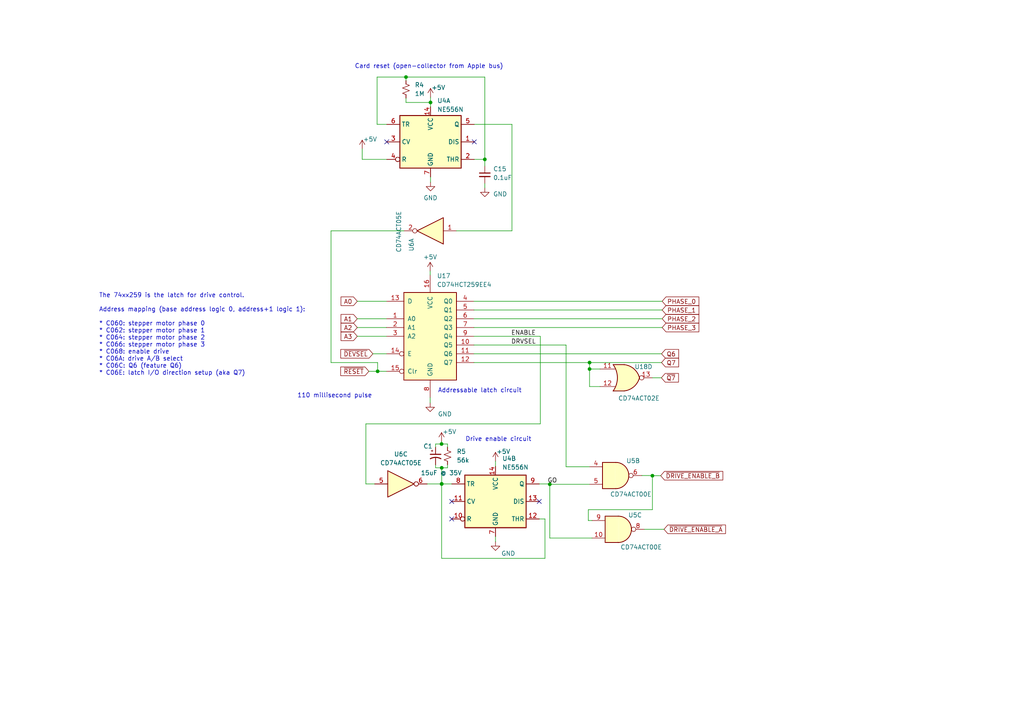
<source format=kicad_sch>
(kicad_sch (version 20230121) (generator eeschema)
  (paper "A4")
  (title_block (title "MicroSci Floppy Controller (drive control registers)") (date "2023-08-25") (rev "0.3") (company "RyuCats"))
  (lib_symbols
    (symbol "74xx:74LS00" (pin_names (offset 1.016))
      (property "Reference" "U" (at 0 1.27 0))
      (property "Value" "74LS00" (at 0 -1.27 0))
      (symbol "74LS00_1_1"
        (arc (start 0 -3.81) (mid 3.7934 0) (end 0 3.81) (stroke (width 0.254)) (fill (type background)))
        (polyline (pts (xy 0 3.81) (xy -3.81 3.81) (xy -3.81 -3.81) (xy 0 -3.81)) (stroke (width 0.254)) (fill (type background)))
        (pin input line (at -7.62 2.54 0) (length 3.81) (name "~") (number "1"))
        (pin input line (at -7.62 -2.54 0) (length 3.81) (name "~") (number "2"))
        (pin output inverted (at 7.62 0 180) (length 3.81) (name "~") (number "3"))
      )
      (symbol "74LS00_1_2"
        (arc (start -3.81 -3.81) (mid -2.589 0) (end -3.81 3.81) (stroke (width 0.254)))
        (arc (start -0.6096 -3.81) (mid 2.1842 -2.5851) (end 3.81 0) (stroke (width 0.254)) (fill (type background)))
        (polyline (pts (xy -3.81 -3.81) (xy -0.635 -3.81)) (stroke (width 0.254)) (fill (type background)))
        (polyline (pts (xy -3.81 3.81) (xy -0.635 3.81)) (stroke (width 0.254)) (fill (type background)))
        (polyline (pts (xy -0.635 3.81) (xy -3.81 3.81) (xy -3.81 3.81) (xy -3.556 3.4036) (xy -3.0226 2.2606) (xy -2.6924 1.0414) (xy -2.6162 -0.254) (xy -2.7686 -1.4986) (xy -3.175 -2.7178) (xy -3.81 -3.81) (xy -3.81 -3.81) (xy -0.635 -3.81)) (stroke (width -25.4)) (fill (type background)))
        (arc (start 3.81 0) (mid 2.1915 2.5936) (end -0.6096 3.81) (stroke (width 0.254)) (fill (type background)))
        (pin input inverted (at -7.62 2.54 0) (length 4.318) (name "~") (number "1"))
        (pin input inverted (at -7.62 -2.54 0) (length 4.318) (name "~") (number "2"))
        (pin output line (at 7.62 0 180) (length 3.81) (name "~") (number "3"))
      )
      (symbol "74LS00_2_1"
        (arc (start 0 -3.81) (mid 3.7934 0) (end 0 3.81) (stroke (width 0.254)) (fill (type background)))
        (polyline (pts (xy 0 3.81) (xy -3.81 3.81) (xy -3.81 -3.81) (xy 0 -3.81)) (stroke (width 0.254)) (fill (type background)))
        (pin input line (at -7.62 2.54 0) (length 3.81) (name "~") (number "4"))
        (pin input line (at -7.62 -2.54 0) (length 3.81) (name "~") (number "5"))
        (pin output inverted (at 7.62 0 180) (length 3.81) (name "~") (number "6"))
      )
      (symbol "74LS00_2_2"
        (arc (start -3.81 -3.81) (mid -2.589 0) (end -3.81 3.81) (stroke (width 0.254)))
        (arc (start -0.6096 -3.81) (mid 2.1842 -2.5851) (end 3.81 0) (stroke (width 0.254)) (fill (type background)))
        (polyline (pts (xy -3.81 -3.81) (xy -0.635 -3.81)) (stroke (width 0.254)) (fill (type background)))
        (polyline (pts (xy -3.81 3.81) (xy -0.635 3.81)) (stroke (width 0.254)) (fill (type background)))
        (polyline (pts (xy -0.635 3.81) (xy -3.81 3.81) (xy -3.81 3.81) (xy -3.556 3.4036) (xy -3.0226 2.2606) (xy -2.6924 1.0414) (xy -2.6162 -0.254) (xy -2.7686 -1.4986) (xy -3.175 -2.7178) (xy -3.81 -3.81) (xy -3.81 -3.81) (xy -0.635 -3.81)) (stroke (width -25.4)) (fill (type background)))
        (arc (start 3.81 0) (mid 2.1915 2.5936) (end -0.6096 3.81) (stroke (width 0.254)) (fill (type background)))
        (pin input inverted (at -7.62 2.54 0) (length 4.318) (name "~") (number "4"))
        (pin input inverted (at -7.62 -2.54 0) (length 4.318) (name "~") (number "5"))
        (pin output line (at 7.62 0 180) (length 3.81) (name "~") (number "6"))
      )
      (symbol "74LS00_3_1"
        (arc (start 0 -3.81) (mid 3.7934 0) (end 0 3.81) (stroke (width 0.254)) (fill (type background)))
        (polyline (pts (xy 0 3.81) (xy -3.81 3.81) (xy -3.81 -3.81) (xy 0 -3.81)) (stroke (width 0.254)) (fill (type background)))
        (pin input line (at -7.62 -2.54 0) (length 3.81) (name "~") (number "10"))
        (pin output inverted (at 7.62 0 180) (length 3.81) (name "~") (number "8"))
        (pin input line (at -7.62 2.54 0) (length 3.81) (name "~") (number "9"))
      )
      (symbol "74LS00_3_2"
        (arc (start -3.81 -3.81) (mid -2.589 0) (end -3.81 3.81) (stroke (width 0.254)))
        (arc (start -0.6096 -3.81) (mid 2.1842 -2.5851) (end 3.81 0) (stroke (width 0.254)) (fill (type background)))
        (polyline (pts (xy -3.81 -3.81) (xy -0.635 -3.81)) (stroke (width 0.254)) (fill (type background)))
        (polyline (pts (xy -3.81 3.81) (xy -0.635 3.81)) (stroke (width 0.254)) (fill (type background)))
        (polyline (pts (xy -0.635 3.81) (xy -3.81 3.81) (xy -3.81 3.81) (xy -3.556 3.4036) (xy -3.0226 2.2606) (xy -2.6924 1.0414) (xy -2.6162 -0.254) (xy -2.7686 -1.4986) (xy -3.175 -2.7178) (xy -3.81 -3.81) (xy -3.81 -3.81) (xy -0.635 -3.81)) (stroke (width -25.4)) (fill (type background)))
        (arc (start 3.81 0) (mid 2.1915 2.5936) (end -0.6096 3.81) (stroke (width 0.254)) (fill (type background)))
        (pin input inverted (at -7.62 -2.54 0) (length 4.318) (name "~") (number "10"))
        (pin output line (at 7.62 0 180) (length 3.81) (name "~") (number "8"))
        (pin input inverted (at -7.62 2.54 0) (length 4.318) (name "~") (number "9"))
      )
      (symbol "74LS00_4_1"
        (arc (start 0 -3.81) (mid 3.7934 0) (end 0 3.81) (stroke (width 0.254)) (fill (type background)))
        (polyline (pts (xy 0 3.81) (xy -3.81 3.81) (xy -3.81 -3.81) (xy 0 -3.81)) (stroke (width 0.254)) (fill (type background)))
        (pin output inverted (at 7.62 0 180) (length 3.81) (name "~") (number "11"))
        (pin input line (at -7.62 2.54 0) (length 3.81) (name "~") (number "12"))
        (pin input line (at -7.62 -2.54 0) (length 3.81) (name "~") (number "13"))
      )
      (symbol "74LS00_4_2"
        (arc (start -3.81 -3.81) (mid -2.589 0) (end -3.81 3.81) (stroke (width 0.254)))
        (arc (start -0.6096 -3.81) (mid 2.1842 -2.5851) (end 3.81 0) (stroke (width 0.254)) (fill (type background)))
        (polyline (pts (xy -3.81 -3.81) (xy -0.635 -3.81)) (stroke (width 0.254)) (fill (type background)))
        (polyline (pts (xy -3.81 3.81) (xy -0.635 3.81)) (stroke (width 0.254)) (fill (type background)))
        (polyline (pts (xy -0.635 3.81) (xy -3.81 3.81) (xy -3.81 3.81) (xy -3.556 3.4036) (xy -3.0226 2.2606) (xy -2.6924 1.0414) (xy -2.6162 -0.254) (xy -2.7686 -1.4986) (xy -3.175 -2.7178) (xy -3.81 -3.81) (xy -3.81 -3.81) (xy -0.635 -3.81)) (stroke (width -25.4)) (fill (type background)))
        (arc (start 3.81 0) (mid 2.1915 2.5936) (end -0.6096 3.81) (stroke (width 0.254)) (fill (type background)))
        (pin output line (at 7.62 0 180) (length 3.81) (name "~") (number "11"))
        (pin input inverted (at -7.62 2.54 0) (length 4.318) (name "~") (number "12"))
        (pin input inverted (at -7.62 -2.54 0) (length 4.318) (name "~") (number "13"))
      )
      (symbol "74LS00_5_0"
        (pin power_in line (at 0 12.7 270) (length 5.08) (name "VCC") (number "14"))
        (pin power_in line (at 0 -12.7 90) (length 5.08) (name "GND") (number "7"))
      )
      (symbol "74LS00_5_1"
        (rectangle (start -5.08 7.62) (end 5.08 -7.62) (stroke (width 0.254)) (fill (type background)))
      )
    )
    (symbol "74xx:74LS02" (pin_names (offset 1.016))
      (property "Reference" "U" (at 0 1.27 0))
      (property "Value" "74LS02" (at 0 -1.27 0))
      (symbol "74LS02_1_1"
        (arc (start -3.81 -3.81) (mid -2.589 0) (end -3.81 3.81) (stroke (width 0.254)))
        (arc (start -0.6096 -3.81) (mid 2.1842 -2.5851) (end 3.81 0) (stroke (width 0.254)) (fill (type background)))
        (polyline (pts (xy -3.81 -3.81) (xy -0.635 -3.81)) (stroke (width 0.254)) (fill (type background)))
        (polyline (pts (xy -3.81 3.81) (xy -0.635 3.81)) (stroke (width 0.254)) (fill (type background)))
        (polyline (pts (xy -0.635 3.81) (xy -3.81 3.81) (xy -3.81 3.81) (xy -3.556 3.4036) (xy -3.0226 2.2606) (xy -2.6924 1.0414) (xy -2.6162 -0.254) (xy -2.7686 -1.4986) (xy -3.175 -2.7178) (xy -3.81 -3.81) (xy -3.81 -3.81) (xy -0.635 -3.81)) (stroke (width -25.4)) (fill (type background)))
        (arc (start 3.81 0) (mid 2.1915 2.5936) (end -0.6096 3.81) (stroke (width 0.254)) (fill (type background)))
        (pin output inverted (at 7.62 0 180) (length 3.81) (name "~") (number "1"))
        (pin input line (at -7.62 2.54 0) (length 4.318) (name "~") (number "2"))
        (pin input line (at -7.62 -2.54 0) (length 4.318) (name "~") (number "3"))
      )
      (symbol "74LS02_1_2"
        (arc (start 0 -3.81) (mid 3.7934 0) (end 0 3.81) (stroke (width 0.254)) (fill (type background)))
        (polyline (pts (xy 0 3.81) (xy -3.81 3.81) (xy -3.81 -3.81) (xy 0 -3.81)) (stroke (width 0.254)) (fill (type background)))
        (pin output line (at 7.62 0 180) (length 3.81) (name "~") (number "1"))
        (pin input inverted (at -7.62 2.54 0) (length 3.81) (name "~") (number "2"))
        (pin input inverted (at -7.62 -2.54 0) (length 3.81) (name "~") (number "3"))
      )
      (symbol "74LS02_2_1"
        (arc (start -3.81 -3.81) (mid -2.589 0) (end -3.81 3.81) (stroke (width 0.254)))
        (arc (start -0.6096 -3.81) (mid 2.1842 -2.5851) (end 3.81 0) (stroke (width 0.254)) (fill (type background)))
        (polyline (pts (xy -3.81 -3.81) (xy -0.635 -3.81)) (stroke (width 0.254)) (fill (type background)))
        (polyline (pts (xy -3.81 3.81) (xy -0.635 3.81)) (stroke (width 0.254)) (fill (type background)))
        (polyline (pts (xy -0.635 3.81) (xy -3.81 3.81) (xy -3.81 3.81) (xy -3.556 3.4036) (xy -3.0226 2.2606) (xy -2.6924 1.0414) (xy -2.6162 -0.254) (xy -2.7686 -1.4986) (xy -3.175 -2.7178) (xy -3.81 -3.81) (xy -3.81 -3.81) (xy -0.635 -3.81)) (stroke (width -25.4)) (fill (type background)))
        (arc (start 3.81 0) (mid 2.1915 2.5936) (end -0.6096 3.81) (stroke (width 0.254)) (fill (type background)))
        (pin output inverted (at 7.62 0 180) (length 3.81) (name "~") (number "4"))
        (pin input line (at -7.62 2.54 0) (length 4.318) (name "~") (number "5"))
        (pin input line (at -7.62 -2.54 0) (length 4.318) (name "~") (number "6"))
      )
      (symbol "74LS02_2_2"
        (arc (start 0 -3.81) (mid 3.7934 0) (end 0 3.81) (stroke (width 0.254)) (fill (type background)))
        (polyline (pts (xy 0 3.81) (xy -3.81 3.81) (xy -3.81 -3.81) (xy 0 -3.81)) (stroke (width 0.254)) (fill (type background)))
        (pin output line (at 7.62 0 180) (length 3.81) (name "~") (number "4"))
        (pin input inverted (at -7.62 2.54 0) (length 3.81) (name "~") (number "5"))
        (pin input inverted (at -7.62 -2.54 0) (length 3.81) (name "~") (number "6"))
      )
      (symbol "74LS02_3_1"
        (arc (start -3.81 -3.81) (mid -2.589 0) (end -3.81 3.81) (stroke (width 0.254)))
        (arc (start -0.6096 -3.81) (mid 2.1842 -2.5851) (end 3.81 0) (stroke (width 0.254)) (fill (type background)))
        (polyline (pts (xy -3.81 -3.81) (xy -0.635 -3.81)) (stroke (width 0.254)) (fill (type background)))
        (polyline (pts (xy -3.81 3.81) (xy -0.635 3.81)) (stroke (width 0.254)) (fill (type background)))
        (polyline (pts (xy -0.635 3.81) (xy -3.81 3.81) (xy -3.81 3.81) (xy -3.556 3.4036) (xy -3.0226 2.2606) (xy -2.6924 1.0414) (xy -2.6162 -0.254) (xy -2.7686 -1.4986) (xy -3.175 -2.7178) (xy -3.81 -3.81) (xy -3.81 -3.81) (xy -0.635 -3.81)) (stroke (width -25.4)) (fill (type background)))
        (arc (start 3.81 0) (mid 2.1915 2.5936) (end -0.6096 3.81) (stroke (width 0.254)) (fill (type background)))
        (pin output inverted (at 7.62 0 180) (length 3.81) (name "~") (number "10"))
        (pin input line (at -7.62 2.54 0) (length 4.318) (name "~") (number "8"))
        (pin input line (at -7.62 -2.54 0) (length 4.318) (name "~") (number "9"))
      )
      (symbol "74LS02_3_2"
        (arc (start 0 -3.81) (mid 3.7934 0) (end 0 3.81) (stroke (width 0.254)) (fill (type background)))
        (polyline (pts (xy 0 3.81) (xy -3.81 3.81) (xy -3.81 -3.81) (xy 0 -3.81)) (stroke (width 0.254)) (fill (type background)))
        (pin output line (at 7.62 0 180) (length 3.81) (name "~") (number "10"))
        (pin input inverted (at -7.62 2.54 0) (length 3.81) (name "~") (number "8"))
        (pin input inverted (at -7.62 -2.54 0) (length 3.81) (name "~") (number "9"))
      )
      (symbol "74LS02_4_1"
        (arc (start -3.81 -3.81) (mid -2.589 0) (end -3.81 3.81) (stroke (width 0.254)))
        (arc (start -0.6096 -3.81) (mid 2.1842 -2.5851) (end 3.81 0) (stroke (width 0.254)) (fill (type background)))
        (polyline (pts (xy -3.81 -3.81) (xy -0.635 -3.81)) (stroke (width 0.254)) (fill (type background)))
        (polyline (pts (xy -3.81 3.81) (xy -0.635 3.81)) (stroke (width 0.254)) (fill (type background)))
        (polyline (pts (xy -0.635 3.81) (xy -3.81 3.81) (xy -3.81 3.81) (xy -3.556 3.4036) (xy -3.0226 2.2606) (xy -2.6924 1.0414) (xy -2.6162 -0.254) (xy -2.7686 -1.4986) (xy -3.175 -2.7178) (xy -3.81 -3.81) (xy -3.81 -3.81) (xy -0.635 -3.81)) (stroke (width -25.4)) (fill (type background)))
        (arc (start 3.81 0) (mid 2.1915 2.5936) (end -0.6096 3.81) (stroke (width 0.254)) (fill (type background)))
        (pin input line (at -7.62 2.54 0) (length 4.318) (name "~") (number "11"))
        (pin input line (at -7.62 -2.54 0) (length 4.318) (name "~") (number "12"))
        (pin output inverted (at 7.62 0 180) (length 3.81) (name "~") (number "13"))
      )
      (symbol "74LS02_4_2"
        (arc (start 0 -3.81) (mid 3.7934 0) (end 0 3.81) (stroke (width 0.254)) (fill (type background)))
        (polyline (pts (xy 0 3.81) (xy -3.81 3.81) (xy -3.81 -3.81) (xy 0 -3.81)) (stroke (width 0.254)) (fill (type background)))
        (pin input inverted (at -7.62 2.54 0) (length 3.81) (name "~") (number "11"))
        (pin input inverted (at -7.62 -2.54 0) (length 3.81) (name "~") (number "12"))
        (pin output line (at 7.62 0 180) (length 3.81) (name "~") (number "13"))
      )
      (symbol "74LS02_5_0"
        (pin power_in line (at 0 12.7 270) (length 5.08) (name "VCC") (number "14"))
        (pin power_in line (at 0 -12.7 90) (length 5.08) (name "GND") (number "7"))
      )
      (symbol "74LS02_5_1"
        (rectangle (start -5.08 7.62) (end 5.08 -7.62) (stroke (width 0.254)) (fill (type background)))
      )
    )
    (symbol "74xx:74LS05" (pin_names (offset 1.016))
      (property "Reference" "U" (at 0 1.27 0))
      (property "Value" "74LS05" (at 0 -1.27 0))
      (symbol "74LS05_1_0"
        (polyline (pts (xy -3.81 3.81) (xy -3.81 -3.81) (xy 3.81 0) (xy -3.81 3.81)) (stroke (width 0.254)) (fill (type background)))
        (pin input line (at -7.62 0 0) (length 3.81) (name "~") (number "1"))
        (pin open_collector inverted (at 7.62 0 180) (length 3.81) (name "~") (number "2"))
      )
      (symbol "74LS05_2_0"
        (polyline (pts (xy -3.81 3.81) (xy -3.81 -3.81) (xy 3.81 0) (xy -3.81 3.81)) (stroke (width 0.254)) (fill (type background)))
        (pin input line (at -7.62 0 0) (length 3.81) (name "~") (number "3"))
        (pin open_collector inverted (at 7.62 0 180) (length 3.81) (name "~") (number "4"))
      )
      (symbol "74LS05_3_0"
        (polyline (pts (xy -3.81 3.81) (xy -3.81 -3.81) (xy 3.81 0) (xy -3.81 3.81)) (stroke (width 0.254)) (fill (type background)))
        (pin input line (at -7.62 0 0) (length 3.81) (name "~") (number "5"))
        (pin open_collector inverted (at 7.62 0 180) (length 3.81) (name "~") (number "6"))
      )
      (symbol "74LS05_4_0"
        (polyline (pts (xy -3.81 3.81) (xy -3.81 -3.81) (xy 3.81 0) (xy -3.81 3.81)) (stroke (width 0.254)) (fill (type background)))
        (pin open_collector inverted (at 7.62 0 180) (length 3.81) (name "~") (number "8"))
        (pin input line (at -7.62 0 0) (length 3.81) (name "~") (number "9"))
      )
      (symbol "74LS05_5_0"
        (polyline (pts (xy -3.81 3.81) (xy -3.81 -3.81) (xy 3.81 0) (xy -3.81 3.81)) (stroke (width 0.254)) (fill (type background)))
        (pin open_collector inverted (at 7.62 0 180) (length 3.81) (name "~") (number "10"))
        (pin input line (at -7.62 0 0) (length 3.81) (name "~") (number "11"))
      )
      (symbol "74LS05_6_0"
        (polyline (pts (xy -3.81 3.81) (xy -3.81 -3.81) (xy 3.81 0) (xy -3.81 3.81)) (stroke (width 0.254)) (fill (type background)))
        (pin open_collector inverted (at 7.62 0 180) (length 3.81) (name "~") (number "12"))
        (pin input line (at -7.62 0 0) (length 3.81) (name "~") (number "13"))
      )
      (symbol "74LS05_7_0"
        (pin power_in line (at 0 12.7 270) (length 5.08) (name "VCC") (number "14"))
        (pin power_in line (at 0 -12.7 90) (length 5.08) (name "GND") (number "7"))
      )
      (symbol "74LS05_7_1"
        (rectangle (start -5.08 7.62) (end 5.08 -7.62) (stroke (width 0.254)) (fill (type background)))
      )
    )
    (symbol "74xx:74LS259" (pin_names (offset 1.016))
      (property "Reference" "U" (at -7.62 13.97 0))
      (property "Value" "74LS259" (at -7.62 -13.97 0))
      (symbol "74LS259_1_0"
        (pin input line (at -12.7 5.08 0) (length 5.08) (name "A0") (number "1"))
        (pin output line (at 12.7 -2.54 180) (length 5.08) (name "Q5") (number "10"))
        (pin output line (at 12.7 -5.08 180) (length 5.08) (name "Q6") (number "11"))
        (pin output line (at 12.7 -7.62 180) (length 5.08) (name "Q7") (number "12"))
        (pin input line (at -12.7 10.16 0) (length 5.08) (name "D") (number "13"))
        (pin input inverted (at -12.7 -5.08 0) (length 5.08) (name "E") (number "14"))
        (pin input inverted (at -12.7 -10.16 0) (length 5.08) (name "Clr") (number "15"))
        (pin power_in line (at 0 17.78 270) (length 5.08) (name "VCC") (number "16"))
        (pin input line (at -12.7 2.54 0) (length 5.08) (name "A1") (number "2"))
        (pin input line (at -12.7 0 0) (length 5.08) (name "A2") (number "3"))
        (pin output line (at 12.7 10.16 180) (length 5.08) (name "Q0") (number "4"))
        (pin output line (at 12.7 7.62 180) (length 5.08) (name "Q1") (number "5"))
        (pin output line (at 12.7 5.08 180) (length 5.08) (name "Q2") (number "6"))
        (pin output line (at 12.7 2.54 180) (length 5.08) (name "Q3") (number "7"))
        (pin power_in line (at 0 -17.78 90) (length 5.08) (name "GND") (number "8"))
        (pin output line (at 12.7 0 180) (length 5.08) (name "Q4") (number "9"))
      )
      (symbol "74LS259_1_1"
        (rectangle (start -7.62 12.7) (end 7.62 -12.7) (stroke (width 0.254)) (fill (type background)))
      )
    )
    (symbol "Device:C_Polarized_Small_US" (pin_numbers hide) (pin_names (offset 0.254) hide)
      (property "Reference" "C" (at 0.254 1.778 0))
      (property "Value" "C_Polarized_Small_US" (at 0.254 -2.032 0))
      (symbol "C_Polarized_Small_US_0_1"
        (polyline (pts (xy -1.524 0.508) (xy 1.524 0.508)) (stroke (width 0.3048)))
        (polyline (pts (xy -1.27 1.524) (xy -0.762 1.524)))
        (polyline (pts (xy -1.016 1.27) (xy -1.016 1.778)))
        (arc (start 1.524 -0.762) (mid 0 -0.3734) (end -1.524 -0.762) (stroke (width 0.3048)))
      )
      (symbol "C_Polarized_Small_US_1_1"
        (pin passive line (at 0 2.54 270) (length 2.032) (name "~") (number "1"))
        (pin passive line (at 0 -2.54 90) (length 2.032) (name "~") (number "2"))
      )
    )
    (symbol "Device:C_Small" (pin_numbers hide) (pin_names (offset 0.254) hide)
      (property "Reference" "C" (at 0.254 1.778 0))
      (property "Value" "C_Small" (at 0.254 -2.032 0))
      (symbol "C_Small_0_1"
        (polyline (pts (xy -1.524 -0.508) (xy 1.524 -0.508)) (stroke (width 0.3302)))
        (polyline (pts (xy -1.524 0.508) (xy 1.524 0.508)) (stroke (width 0.3048)))
      )
      (symbol "C_Small_1_1"
        (pin passive line (at 0 2.54 270) (length 2.032) (name "~") (number "1"))
        (pin passive line (at 0 -2.54 90) (length 2.032) (name "~") (number "2"))
      )
    )
    (symbol "Device:R_Small_US" (pin_numbers hide) (pin_names (offset 0.254) hide)
      (property "Reference" "R" (at 0.762 0.508 0))
      (property "Value" "R_Small_US" (at 0.762 -1.016 0))
      (symbol "R_Small_US_1_1"
        (polyline (pts (xy 0 0) (xy 1.016 -0.381) (xy 0 -0.762) (xy -1.016 -1.143) (xy 0 -1.524)))
        (polyline (pts (xy 0 1.524) (xy 1.016 1.143) (xy 0 0.762) (xy -1.016 0.381) (xy 0 0)))
        (pin passive line (at 0 2.54 270) (length 1.016) (name "~") (number "1"))
        (pin passive line (at 0 -2.54 90) (length 1.016) (name "~") (number "2"))
      )
    )
    (symbol "Timer:NE556"
      (property "Reference" "U" (at -10.16 8.89 0))
      (property "Value" "NE556" (at -10.16 -8.89 0))
      (symbol "NE556_0_0"
        (pin power_in line (at 0 10.16 270) (length 2.54) (name "VCC") (number "14"))
        (pin power_in line (at 0 -10.16 90) (length 2.54) (name "GND") (number "7"))
      )
      (symbol "NE556_0_1"
        (rectangle (start -8.89 -7.62) (end 8.89 7.62) (stroke (width 0.254)) (fill (type background)))
        (rectangle (start -8.89 -7.62) (end 8.89 7.62) (stroke (width 0.254)) (fill (type background)))
      )
      (symbol "NE556_1_1"
        (pin input line (at 12.7 0 180) (length 3.81) (name "DIS") (number "1"))
        (pin input line (at 12.7 -5.08 180) (length 3.81) (name "THR") (number "2"))
        (pin input line (at -12.7 0 0) (length 3.81) (name "CV") (number "3"))
        (pin input inverted (at -12.7 -5.08 0) (length 3.81) (name "R") (number "4"))
        (pin output line (at 12.7 5.08 180) (length 3.81) (name "Q") (number "5"))
        (pin input line (at -12.7 5.08 0) (length 3.81) (name "TR") (number "6"))
      )
      (symbol "NE556_2_1"
        (pin input inverted (at -12.7 -5.08 0) (length 3.81) (name "R") (number "10"))
        (pin input line (at -12.7 0 0) (length 3.81) (name "CV") (number "11"))
        (pin input line (at 12.7 -5.08 180) (length 3.81) (name "THR") (number "12"))
        (pin input line (at 12.7 0 180) (length 3.81) (name "DIS") (number "13"))
        (pin input line (at -12.7 5.08 0) (length 3.81) (name "TR") (number "8"))
        (pin output line (at 12.7 5.08 180) (length 3.81) (name "Q") (number "9"))
      )
    )
    (symbol "power:+5V" (power) (pin_names (offset 0))
      (property "Value" "+5V" (at 0 3.556 0))
      (symbol "+5V_0_1"
        (polyline (pts (xy -0.762 1.27) (xy 0 2.54)))
        (polyline (pts (xy 0 0) (xy 0 2.54)))
        (polyline (pts (xy 0 2.54) (xy 0.762 1.27)))
      )
      (symbol "+5V_1_1"
        (pin power_in line (at 0 0 90) (length 0) hide (name "+5V") (number "1"))
      )
    )
    (symbol "power:GND" (power) (pin_names (offset 0))
      (property "Value" "GND" (at 0 -3.81 0))
      (symbol "GND_0_1"
        (polyline (pts (xy 0 0) (xy 0 -1.27) (xy 1.27 -1.27) (xy 0 -2.54) (xy -1.27 -1.27) (xy 0 -1.27)))
      )
      (symbol "GND_1_1"
        (pin power_in line (at 0 0 270) (length 0) hide (name "GND") (number "1"))
      )
    )
  )
  (junction (at 124.8664 29.718))
  (junction (at 170.9928 107.0356))
  (junction (at 117.7544 22.352))
  (junction (at 128.0922 140.3604))
  (junction (at 109.5248 107.696))
  (junction (at 170.9928 105.156))
  (junction (at 128.1176 140.3604))
  (junction (at 189.23 137.9728))
  (junction (at 159.4612 140.462))
  (junction (at 140.6144 46.228))
  (junction (at 128.1176 135.6868))
  (junction (at 128.0668 128.778))
  (no_connect (at 131.0132 150.5204))
  (no_connect (at 112.1664 41.148))
  (no_connect (at 156.4132 145.4404))
  (no_connect (at 131.0132 145.4404))
  (no_connect (at 137.5664 41.148))
  (wire (pts (xy 128.0668 128.778) (xy 129.794 128.778)))
  (wire (pts (xy 137.4648 94.996) (xy 192.0494 94.996)))
  (wire (pts (xy 189.2808 109.5756) (xy 191.8208 109.5756)))
  (wire (pts (xy 105.0544 43.18) (xy 105.0544 46.228)))
  (wire (pts (xy 109.5248 107.696) (xy 112.0648 107.696)))
  (wire (pts (xy 124.8664 51.308) (xy 124.8664 52.832)))
  (wire (pts (xy 164.1348 100.076) (xy 137.4648 100.076)))
  (wire (pts (xy 108.1532 102.616) (xy 112.0648 102.616)))
  (wire (pts (xy 117.7544 22.352) (xy 140.6144 22.352)))
  (wire (pts (xy 109.3724 22.352) (xy 117.7544 22.352)))
  (wire (pts (xy 137.4648 92.456) (xy 192.0494 92.456)))
  (wire (pts (xy 128.0922 161.9504) (xy 158.0642 161.9504)))
  (wire (pts (xy 96.012 105.156) (xy 109.5248 105.156)))
  (wire (pts (xy 129.794 135.6868) (xy 129.794 134.7724)))
  (wire (pts (xy 128.1176 140.3604) (xy 131.0132 140.3604)))
  (wire (pts (xy 124.7648 115.316) (xy 124.7648 116.84)))
  (wire (pts (xy 103.632 87.376) (xy 112.0648 87.376)))
  (wire (pts (xy 156.718 122.936) (xy 156.718 97.536)))
  (wire (pts (xy 106.1212 140.3604) (xy 108.6612 140.3604)))
  (wire (pts (xy 123.9012 140.3604) (xy 128.0922 140.3604)))
  (wire (pts (xy 117.7544 29.718) (xy 124.8664 29.718)))
  (wire (pts (xy 148.4884 66.9544) (xy 132.3848 66.9544)))
  (wire (pts (xy 126.3396 128.778) (xy 128.0668 128.778)))
  (wire (pts (xy 137.4648 89.916) (xy 192.0494 89.916)))
  (wire (pts (xy 159.4612 140.462) (xy 159.4612 156.0576)))
  (wire (pts (xy 103.632 97.536) (xy 112.0648 97.536)))
  (wire (pts (xy 170.9928 112.1156) (xy 174.0408 112.1156)))
  (wire (pts (xy 124.7648 78.613) (xy 124.7648 79.756)))
  (wire (pts (xy 128.0922 140.3604) (xy 128.0922 161.9504)))
  (wire (pts (xy 189.23 137.9728) (xy 191.6176 137.9728)))
  (wire (pts (xy 137.4648 105.156) (xy 170.9928 105.156)))
  (wire (pts (xy 164.1856 100.1268) (xy 164.1856 135.382)))
  (wire (pts (xy 126.3396 129.7432) (xy 126.3396 128.778)))
  (wire (pts (xy 186.182 137.922) (xy 189.23 137.922)))
  (wire (pts (xy 105.0544 46.228) (xy 112.1664 46.228)))
  (wire (pts (xy 158.0642 161.9504) (xy 158.0642 150.5204)))
  (wire (pts (xy 128.1176 135.6868) (xy 128.1176 140.3604)))
  (wire (pts (xy 158.0642 150.5204) (xy 156.4132 150.5204)))
  (wire (pts (xy 117.7544 28.448) (xy 117.7544 29.718)))
  (wire (pts (xy 186.944 153.5176) (xy 192.5828 153.5176)))
  (wire (pts (xy 140.6144 46.228) (xy 140.6144 48.1584)))
  (wire (pts (xy 143.7132 155.6004) (xy 143.7132 157.1244)))
  (wire (pts (xy 164.1348 100.1268) (xy 164.1348 100.076)))
  (wire (pts (xy 171.704 150.9776) (xy 170.6372 150.9776)))
  (wire (pts (xy 189.23 137.9728) (xy 189.23 137.922)))
  (wire (pts (xy 170.942 140.462) (xy 159.4612 140.462)))
  (wire (pts (xy 170.6372 147.828) (xy 170.6372 150.9776)))
  (wire (pts (xy 106.9848 107.696) (xy 109.5248 107.696)))
  (wire (pts (xy 137.4648 87.376) (xy 192.0494 87.376)))
  (wire (pts (xy 126.3396 135.6868) (xy 128.1176 135.6868)))
  (wire (pts (xy 137.4648 102.616) (xy 191.8716 102.616)))
  (wire (pts (xy 137.5664 46.228) (xy 140.6144 46.228)))
  (wire (pts (xy 137.5664 36.068) (xy 148.4884 36.068)))
  (wire (pts (xy 156.718 97.536) (xy 137.4648 97.536)))
  (wire (pts (xy 140.6144 53.2384) (xy 140.6144 54.5084)))
  (wire (pts (xy 96.012 66.9544) (xy 96.012 105.156)))
  (wire (pts (xy 103.632 92.456) (xy 112.0648 92.456)))
  (wire (pts (xy 128.0668 128.016) (xy 128.0668 128.778)))
  (wire (pts (xy 189.23 147.828) (xy 170.6372 147.828)))
  (wire (pts (xy 106.1212 122.936) (xy 156.718 122.936)))
  (wire (pts (xy 103.632 94.996) (xy 112.0648 94.996)))
  (wire (pts (xy 164.1348 100.1268) (xy 164.1856 100.1268)))
  (wire (pts (xy 159.4612 156.0576) (xy 171.704 156.0576)))
  (wire (pts (xy 156.4132 140.3604) (xy 159.4612 140.3604)))
  (wire (pts (xy 170.9928 107.0356) (xy 170.9928 112.1156)))
  (wire (pts (xy 189.23 137.9728) (xy 189.23 147.828)))
  (wire (pts (xy 128.1176 135.6868) (xy 129.794 135.6868)))
  (wire (pts (xy 148.4884 36.068) (xy 148.4884 66.9544)))
  (wire (pts (xy 140.6144 22.352) (xy 140.6144 46.228)))
  (wire (pts (xy 117.7544 22.352) (xy 117.7544 23.368)))
  (wire (pts (xy 124.8664 28.194) (xy 124.8664 29.718)))
  (wire (pts (xy 106.1212 140.3604) (xy 106.1212 122.936)))
  (wire (pts (xy 170.9928 105.156) (xy 191.8716 105.156)))
  (wire (pts (xy 170.9928 105.156) (xy 170.9928 107.0356)))
  (wire (pts (xy 128.0922 140.3604) (xy 128.1176 140.3604)))
  (wire (pts (xy 170.9928 107.0356) (xy 174.0408 107.0356)))
  (wire (pts (xy 164.1856 135.382) (xy 170.942 135.382)))
  (wire (pts (xy 117.1448 66.9544) (xy 96.012 66.9544)))
  (wire (pts (xy 159.4612 140.3604) (xy 159.4612 140.462)))
  (wire (pts (xy 143.7132 133.7564) (xy 143.7132 135.2804)))
  (wire (pts (xy 109.5248 107.696) (xy 109.5248 105.156)))
  (wire (pts (xy 109.3724 36.068) (xy 109.3724 22.352)))
  (wire (pts (xy 126.3396 134.8232) (xy 126.3396 135.6868)))
  (wire (pts (xy 112.1664 36.068) (xy 109.3724 36.068)))
  (wire (pts (xy 124.8664 29.718) (xy 124.8664 30.988)))
  (wire (pts (xy 129.794 128.778) (xy 129.794 129.6924)))
  (text "Drive enable circuit" (at 134.9756 128.2192 0) (effects (font (size 1.27 1.27)) (justify left bottom)))
  (text "Addressable latch circuit" (at 127 114.0968 0) (effects (font (size 1.27 1.27)) (justify left bottom)))
  (text "The 74xx259 is the latch for drive control.\n\nAddress mapping (base address logic 0, address+1 logic 1):\n\n* C060: stepper motor phase 0\n* C062: stepper motor phase 1\n* C064: stepper motor phase 2\n* C066: stepper motor phase 3\n* C068: enable drive\n* C06A: drive A/B select\n* C06C: Q6 (feature Q6)\n* C06E: latch I/O direction setup (aka Q7)" (at 28.702 109.0168 0) (effects (font (size 1.27 1.27)) (justify left bottom)))
  (text "Card reset (open-collector from Apple bus)" (at 102.87 20.066 0) (effects (font (size 1.27 1.27)) (justify left bottom)))
  (text "110 millisecond pulse" (at 86.2076 115.57 0) (effects (font (size 1.27 1.27)) (justify left bottom)))
  (label "DRVSEL" (at 148.2344 100.076 0))
  (label "ENABLE" (at 148.2344 97.536 0))
  (label "GO" (at 158.8008 140.3604 0))
  (global_label "A3" (shape input) (at 103.632 97.536 180) (property "Intersheetrefs" "${INTERSHEET_REFS}" (effects hide)))
  (global_label "~{DRIVE_ENABLE_B}" (shape input) (at 191.6176 137.9728 0) (property "Intersheetrefs" "${INTERSHEET_REFS}" (effects hide)))
  (global_label "PHASE_3" (shape input) (at 192.0494 94.996 0) (property "Intersheetrefs" "${INTERSHEET_REFS}" (effects hide)))
  (global_label "A2" (shape input) (at 103.632 94.996 180) (property "Intersheetrefs" "${INTERSHEET_REFS}" (effects hide)))
  (global_label "A1" (shape input) (at 103.632 92.456 180) (property "Intersheetrefs" "${INTERSHEET_REFS}" (effects hide)))
  (global_label "Q6" (shape input) (at 191.8716 102.616 0) (property "Intersheetrefs" "${INTERSHEET_REFS}" (effects hide)))
  (global_label "Q7" (shape input) (at 191.8716 105.156 0) (property "Intersheetrefs" "${INTERSHEET_REFS}" (effects hide)))
  (global_label "~{RESET}" (shape input) (at 106.9848 107.696 180) (property "Intersheetrefs" "${INTERSHEET_REFS}" (effects hide)))
  (global_label "A0" (shape input) (at 103.632 87.376 180) (property "Intersheetrefs" "${INTERSHEET_REFS}" (effects hide)))
  (global_label "~{DEVSEL}" (shape input) (at 108.1532 102.616 180) (property "Intersheetrefs" "${INTERSHEET_REFS}" (effects hide)))
  (global_label "PHASE_0" (shape input) (at 192.0494 87.376 0) (property "Intersheetrefs" "${INTERSHEET_REFS}" (effects hide)))
  (global_label "PHASE_1" (shape input) (at 192.0494 89.916 0) (property "Intersheetrefs" "${INTERSHEET_REFS}" (effects hide)))
  (global_label "~{DRIVE_ENABLE_A}" (shape input) (at 192.5828 153.5176 0) (property "Intersheetrefs" "${INTERSHEET_REFS}" (effects hide)))
  (global_label "~{Q7}" (shape input) (at 191.8208 109.5756 0) (property "Intersheetrefs" "${INTERSHEET_REFS}" (effects hide)))
  (global_label "PHASE_2" (shape input) (at 192.0494 92.456 0) (property "Intersheetrefs" "${INTERSHEET_REFS}" (effects hide)))
  (symbol (lib_id "power:GND") (at 124.7648 116.84 0) (unit 1)
    (property "Reference" "#PWR057" (effects hide))
    (property "Value" "GND" (at 129.032 120.0912 0))
    (instances (project "MicroSci Floppy Controller" (path "" (reference "#PWR057") (unit 1)) (path "" (reference "#PWR047") (unit 1))))
  )
  (symbol (lib_id "74xx:74LS00") (at 178.562 137.922 0) (unit 2)
    (property "Reference" "U5" (at 183.642 133.6548 0))
    (property "Value" "CD74ACT00E" (at 182.9816 143.3576 0))
    (property "Footprint" "Package_DIP:DIP-14_W7.62mm" (effects hide))
    (property "Datasheet" "http://www.ti.com/lit/gpn/sn74ls00" (effects hide))
  )
  (symbol (lib_id "Timer:NE556") (at 143.7132 145.4404 0) (unit 2)
    (property "Reference" "U4" (at 145.6691 132.9944 0) (effects (justify left)))
    (property "Value" "NE556N " (at 145.6691 135.5344 0) (effects (justify left)))
    (property "Footprint" "Package_DIP:DIP-14_W7.62mm" (effects hide))
    (property "Datasheet" "http://www.ti.com/lit/ds/symlink/ne556.pdf" (effects hide))
  )
  (symbol (lib_id "power:+5V") (at 128.0668 128.016 0) (unit 1)
    (property "Reference" "#PWR045" (effects hide))
    (property "Value" "+5V" (at 130.3528 125.222 0))
    (instances (project "MicroSci Floppy Controller" (path "" (reference "#PWR045") (unit 1)) (path "" (reference "#PWR057") (unit 1))))
  )
  (symbol (lib_id "power:GND") (at 124.8664 52.832 0) (unit 1)
    (property "Reference" "#PWR012" (effects hide))
    (property "Value" "GND" (at 124.8664 57.404 0))
  )
  (symbol (lib_id "Timer:NE556") (at 124.8664 41.148 0) (unit 1)
    (property "Reference" "U4" (at 126.8223 29.21 0) (effects (justify left)))
    (property "Value" "NE556N " (at 126.8223 31.75 0) (effects (justify left)))
    (property "Footprint" "Package_DIP:DIP-14_W7.62mm" (effects hide))
    (property "Datasheet" "http://www.ti.com/lit/ds/symlink/ne556.pdf" (effects hide))
  )
  (symbol (lib_id "power:+5V") (at 124.7648 78.613 0) (unit 1)
    (property "Reference" "#PWR069" (effects hide))
    (property "Value" "+5V" (at 124.7648 74.549 0))
    (instances (project "MicroSci Floppy Controller" (path "" (reference "#PWR069") (unit 1)) (path "" (reference "#PWR045") (unit 1))) (project "Sequential Systems Q-Print" (path "" (reference "#PWR09") (unit 1))))
  )
  (symbol (lib_id "power:+5V") (at 124.8664 28.194 0) (unit 1)
    (property "Reference" "#PWR09" (effects hide))
    (property "Value" "+5V" (at 127.1524 25.4 0))
  )
  (symbol (lib_id "74xx:74LS259") (at 124.7648 97.536 0) (unit 1)
    (property "Reference" "U17" (at 126.7207 80.01 0) (effects (justify left)))
    (property "Value" "CD74HCT259EE4" (at 126.7207 82.55 0) (effects (justify left)))
    (property "Footprint" "Package_DIP:DIP-16_W7.62mm" (effects hide))
    (property "Datasheet" "http://www.ti.com/lit/gpn/sn74LS259" (effects hide))
  )
  (symbol (lib_id "74xx:74LS00") (at 179.324 153.5176 0) (unit 3)
    (property "Reference" "U5" (at 184.2008 149.4028 0))
    (property "Value" "CD74ACT00E" (at 185.9788 158.6992 0))
    (property "Footprint" "Package_DIP:DIP-14_W7.62mm" (effects hide))
    (property "Datasheet" "http://www.ti.com/lit/gpn/sn74ls00" (effects hide))
  )
  (symbol (lib_id "Device:R_Small_US") (at 117.7544 25.908 0) (unit 1)
    (property "Reference" "R4" (at 120.2944 24.638 0) (effects (justify left)))
    (property "Value" "1M" (at 120.2944 27.178 0) (effects (justify left)))
    (property "Footprint" "Resistor_THT:R_Axial_DIN0207_L6.3mm_D2.5mm_P7.62mm_Horizontal" (effects hide))
  )
  (symbol (lib_id "Device:C_Small") (at 140.6144 50.6984 0) (unit 1)
    (property "Reference" "C15" (at 143.0274 48.9966 0) (effects (justify left)))
    (property "Value" "0.1uF" (at 143.0274 51.5366 0) (effects (justify left)))
    (property "Footprint" "Capacitor_THT:C_Disc_D5.0mm_W2.5mm_P5.00mm" (effects hide))
  )
  (symbol (lib_id "Device:R_Small_US") (at 129.794 132.2324 0) (unit 1)
    (property "Reference" "R5" (at 132.461 130.9624 0) (effects (justify left)))
    (property "Value" "56k" (at 132.461 133.5024 0) (effects (justify left)))
    (property "Footprint" "Resistor_THT:R_Axial_DIN0207_L6.3mm_D2.5mm_P7.62mm_Horizontal" (effects hide))
  )
  (symbol (lib_id "power:+5V") (at 105.0544 43.18 0) (unit 1)
    (property "Reference" "#PWR010" (effects hide))
    (property "Value" "+5V" (at 107.3404 40.386 0))
  )
  (symbol (lib_id "power:+5V") (at 143.7132 133.7564 0) (unit 1)
    (property "Reference" "#PWR013" (effects hide))
    (property "Value" "+5V" (at 145.9992 130.9624 0))
    (instances (project "MicroSci Floppy Controller" (path "" (reference "#PWR013") (unit 1)) (path "" (reference "#PWR069") (unit 1))))
  )
  (symbol (lib_id "74xx:74LS05") (at 124.7648 66.9544 180) (unit 1)
    (property "Reference" "U6" (at 119.3292 69.088 90) (effects (justify left)))
    (property "Value" "CD74ACT05E" (at 115.6716 61.1632 90) (effects (justify left)))
    (property "Footprint" "Package_DIP:DIP-14_W7.62mm" (effects hide))
    (property "Datasheet" "http://www.ti.com/lit/gpn/sn74LS05" (effects hide))
  )
  (symbol (lib_id "74xx:74LS02") (at 181.6608 109.5756 0) (unit 4)
    (property "Reference" "U18" (at 186.6392 106.3752 0))
    (property "Value" "CD74ACT02E" (at 185.3184 115.5192 0))
    (property "Footprint" "Package_DIP:DIP-14_W7.62mm" (effects hide))
    (property "Datasheet" "http://www.ti.com/lit/gpn/sn74ls02" (effects hide))
  )
  (symbol (lib_id "Device:C_Polarized_Small_US") (at 126.3396 132.2832 0) (unit 1)
    (property "Reference" "C1" (at 122.7836 129.4384 0) (effects (justify left)))
    (property "Value" "15uF @ 35V" (at 122.0216 137.16 0) (effects (justify left)))
    (property "Footprint" "Capacitor_THT:CP_Radial_D7.5mm_P2.50mm" (effects hide))
  )
  (symbol (lib_id "power:GND") (at 143.7132 157.1244 0) (unit 1)
    (property "Reference" "#PWR047" (effects hide))
    (property "Value" "GND" (at 147.4216 160.528 0))
    (instances (project "MicroSci Floppy Controller" (path "" (reference "#PWR047") (unit 1)) (path "" (reference "#PWR0102") (unit 1))))
  )
  (symbol (lib_id "74xx:74LS05") (at 116.2812 140.3604 0) (unit 3)
    (property "Reference" "U6" (at 116.2812 131.7244 0))
    (property "Value" "CD74ACT05E" (at 116.2812 134.2644 0))
    (property "Footprint" "Package_DIP:DIP-14_W7.62mm" (effects hide))
    (property "Datasheet" "http://www.ti.com/lit/gpn/sn74LS05" (effects hide))
  )
  (symbol (lib_id "power:GND") (at 140.6144 54.5084 0) (unit 1)
    (property "Reference" "#PWR0102" (effects hide))
    (property "Value" "GND" (at 145.0594 56.2864 0))
    (instances (project "MicroSci Floppy Controller" (path "" (reference "#PWR0102") (unit 1)) (path "" (reference "#PWR013") (unit 1))))
  )
)
</source>
